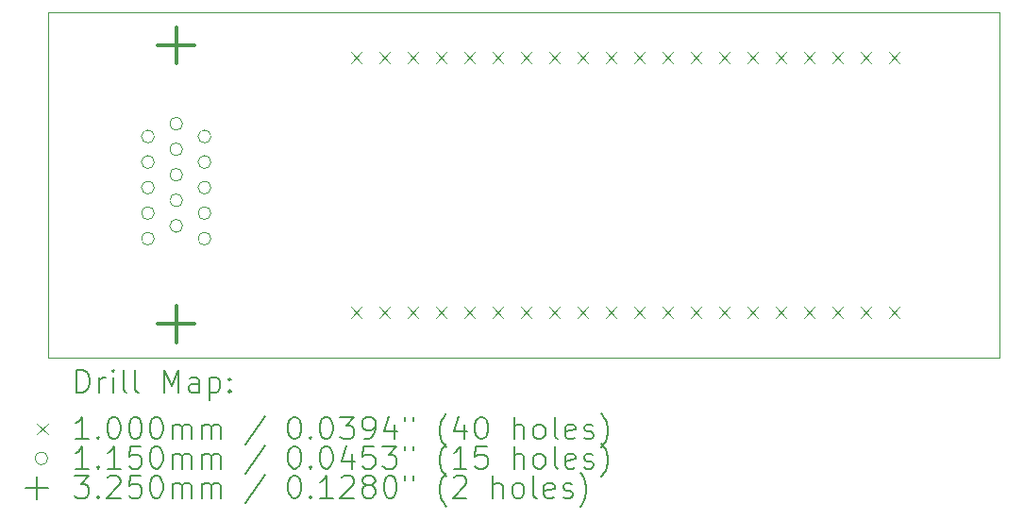
<source format=gbr>
%TF.GenerationSoftware,KiCad,Pcbnew,8.0.9-8.0.9-0~ubuntu20.04.1*%
%TF.CreationDate,2025-06-05T20:48:05+01:00*%
%TF.ProjectId,ggroohauga-console,6767726f-6f68-4617-9567-612d636f6e73,rev?*%
%TF.SameCoordinates,Original*%
%TF.FileFunction,Drillmap*%
%TF.FilePolarity,Positive*%
%FSLAX45Y45*%
G04 Gerber Fmt 4.5, Leading zero omitted, Abs format (unit mm)*
G04 Created by KiCad (PCBNEW 8.0.9-8.0.9-0~ubuntu20.04.1) date 2025-06-05 20:48:05*
%MOMM*%
%LPD*%
G01*
G04 APERTURE LIST*
%ADD10C,0.025400*%
%ADD11C,0.200000*%
%ADD12C,0.100000*%
%ADD13C,0.115000*%
%ADD14C,0.325000*%
G04 APERTURE END LIST*
D10*
X5387340Y-5049520D02*
X13921740Y-5049520D01*
X13921740Y-8148320D01*
X5387340Y-8148320D01*
X5387340Y-5049520D01*
D11*
D12*
X8103400Y-5411000D02*
X8203400Y-5511000D01*
X8203400Y-5411000D02*
X8103400Y-5511000D01*
X8103400Y-7697000D02*
X8203400Y-7797000D01*
X8203400Y-7697000D02*
X8103400Y-7797000D01*
X8357400Y-5411000D02*
X8457400Y-5511000D01*
X8457400Y-5411000D02*
X8357400Y-5511000D01*
X8357400Y-7697000D02*
X8457400Y-7797000D01*
X8457400Y-7697000D02*
X8357400Y-7797000D01*
X8611400Y-5411000D02*
X8711400Y-5511000D01*
X8711400Y-5411000D02*
X8611400Y-5511000D01*
X8611400Y-7697000D02*
X8711400Y-7797000D01*
X8711400Y-7697000D02*
X8611400Y-7797000D01*
X8865400Y-5411000D02*
X8965400Y-5511000D01*
X8965400Y-5411000D02*
X8865400Y-5511000D01*
X8865400Y-7697000D02*
X8965400Y-7797000D01*
X8965400Y-7697000D02*
X8865400Y-7797000D01*
X9119400Y-5411000D02*
X9219400Y-5511000D01*
X9219400Y-5411000D02*
X9119400Y-5511000D01*
X9119400Y-7697000D02*
X9219400Y-7797000D01*
X9219400Y-7697000D02*
X9119400Y-7797000D01*
X9373400Y-5411000D02*
X9473400Y-5511000D01*
X9473400Y-5411000D02*
X9373400Y-5511000D01*
X9373400Y-7697000D02*
X9473400Y-7797000D01*
X9473400Y-7697000D02*
X9373400Y-7797000D01*
X9627400Y-5411000D02*
X9727400Y-5511000D01*
X9727400Y-5411000D02*
X9627400Y-5511000D01*
X9627400Y-7697000D02*
X9727400Y-7797000D01*
X9727400Y-7697000D02*
X9627400Y-7797000D01*
X9881400Y-5411000D02*
X9981400Y-5511000D01*
X9981400Y-5411000D02*
X9881400Y-5511000D01*
X9881400Y-7697000D02*
X9981400Y-7797000D01*
X9981400Y-7697000D02*
X9881400Y-7797000D01*
X10135400Y-5411000D02*
X10235400Y-5511000D01*
X10235400Y-5411000D02*
X10135400Y-5511000D01*
X10135400Y-7697000D02*
X10235400Y-7797000D01*
X10235400Y-7697000D02*
X10135400Y-7797000D01*
X10389400Y-5411000D02*
X10489400Y-5511000D01*
X10489400Y-5411000D02*
X10389400Y-5511000D01*
X10389400Y-7697000D02*
X10489400Y-7797000D01*
X10489400Y-7697000D02*
X10389400Y-7797000D01*
X10643400Y-5411000D02*
X10743400Y-5511000D01*
X10743400Y-5411000D02*
X10643400Y-5511000D01*
X10643400Y-7697000D02*
X10743400Y-7797000D01*
X10743400Y-7697000D02*
X10643400Y-7797000D01*
X10897400Y-5411000D02*
X10997400Y-5511000D01*
X10997400Y-5411000D02*
X10897400Y-5511000D01*
X10897400Y-7697000D02*
X10997400Y-7797000D01*
X10997400Y-7697000D02*
X10897400Y-7797000D01*
X11151400Y-5411000D02*
X11251400Y-5511000D01*
X11251400Y-5411000D02*
X11151400Y-5511000D01*
X11151400Y-7697000D02*
X11251400Y-7797000D01*
X11251400Y-7697000D02*
X11151400Y-7797000D01*
X11405400Y-5411000D02*
X11505400Y-5511000D01*
X11505400Y-5411000D02*
X11405400Y-5511000D01*
X11405400Y-7697000D02*
X11505400Y-7797000D01*
X11505400Y-7697000D02*
X11405400Y-7797000D01*
X11659400Y-5411000D02*
X11759400Y-5511000D01*
X11759400Y-5411000D02*
X11659400Y-5511000D01*
X11659400Y-7697000D02*
X11759400Y-7797000D01*
X11759400Y-7697000D02*
X11659400Y-7797000D01*
X11913400Y-5411000D02*
X12013400Y-5511000D01*
X12013400Y-5411000D02*
X11913400Y-5511000D01*
X11913400Y-7697000D02*
X12013400Y-7797000D01*
X12013400Y-7697000D02*
X11913400Y-7797000D01*
X12167400Y-5411000D02*
X12267400Y-5511000D01*
X12267400Y-5411000D02*
X12167400Y-5511000D01*
X12167400Y-7697000D02*
X12267400Y-7797000D01*
X12267400Y-7697000D02*
X12167400Y-7797000D01*
X12421400Y-5411000D02*
X12521400Y-5511000D01*
X12521400Y-5411000D02*
X12421400Y-5511000D01*
X12421400Y-7697000D02*
X12521400Y-7797000D01*
X12521400Y-7697000D02*
X12421400Y-7797000D01*
X12675400Y-5411000D02*
X12775400Y-5511000D01*
X12775400Y-5411000D02*
X12675400Y-5511000D01*
X12675400Y-7697000D02*
X12775400Y-7797000D01*
X12775400Y-7697000D02*
X12675400Y-7797000D01*
X12929400Y-5411000D02*
X13029400Y-5511000D01*
X13029400Y-5411000D02*
X12929400Y-5511000D01*
X12929400Y-7697000D02*
X13029400Y-7797000D01*
X13029400Y-7697000D02*
X12929400Y-7797000D01*
D13*
X6341460Y-6165920D02*
G75*
G02*
X6226460Y-6165920I-57500J0D01*
G01*
X6226460Y-6165920D02*
G75*
G02*
X6341460Y-6165920I57500J0D01*
G01*
X6341460Y-6394920D02*
G75*
G02*
X6226460Y-6394920I-57500J0D01*
G01*
X6226460Y-6394920D02*
G75*
G02*
X6341460Y-6394920I57500J0D01*
G01*
X6341460Y-6623920D02*
G75*
G02*
X6226460Y-6623920I-57500J0D01*
G01*
X6226460Y-6623920D02*
G75*
G02*
X6341460Y-6623920I57500J0D01*
G01*
X6341460Y-6852920D02*
G75*
G02*
X6226460Y-6852920I-57500J0D01*
G01*
X6226460Y-6852920D02*
G75*
G02*
X6341460Y-6852920I57500J0D01*
G01*
X6341460Y-7081920D02*
G75*
G02*
X6226460Y-7081920I-57500J0D01*
G01*
X6226460Y-7081920D02*
G75*
G02*
X6341460Y-7081920I57500J0D01*
G01*
X6595460Y-6051420D02*
G75*
G02*
X6480460Y-6051420I-57500J0D01*
G01*
X6480460Y-6051420D02*
G75*
G02*
X6595460Y-6051420I57500J0D01*
G01*
X6595460Y-6280420D02*
G75*
G02*
X6480460Y-6280420I-57500J0D01*
G01*
X6480460Y-6280420D02*
G75*
G02*
X6595460Y-6280420I57500J0D01*
G01*
X6595460Y-6509420D02*
G75*
G02*
X6480460Y-6509420I-57500J0D01*
G01*
X6480460Y-6509420D02*
G75*
G02*
X6595460Y-6509420I57500J0D01*
G01*
X6595460Y-6738420D02*
G75*
G02*
X6480460Y-6738420I-57500J0D01*
G01*
X6480460Y-6738420D02*
G75*
G02*
X6595460Y-6738420I57500J0D01*
G01*
X6595460Y-6967420D02*
G75*
G02*
X6480460Y-6967420I-57500J0D01*
G01*
X6480460Y-6967420D02*
G75*
G02*
X6595460Y-6967420I57500J0D01*
G01*
X6849460Y-6165920D02*
G75*
G02*
X6734460Y-6165920I-57500J0D01*
G01*
X6734460Y-6165920D02*
G75*
G02*
X6849460Y-6165920I57500J0D01*
G01*
X6849460Y-6394920D02*
G75*
G02*
X6734460Y-6394920I-57500J0D01*
G01*
X6734460Y-6394920D02*
G75*
G02*
X6849460Y-6394920I57500J0D01*
G01*
X6849460Y-6623920D02*
G75*
G02*
X6734460Y-6623920I-57500J0D01*
G01*
X6734460Y-6623920D02*
G75*
G02*
X6849460Y-6623920I57500J0D01*
G01*
X6849460Y-6852920D02*
G75*
G02*
X6734460Y-6852920I-57500J0D01*
G01*
X6734460Y-6852920D02*
G75*
G02*
X6849460Y-6852920I57500J0D01*
G01*
X6849460Y-7081920D02*
G75*
G02*
X6734460Y-7081920I-57500J0D01*
G01*
X6734460Y-7081920D02*
G75*
G02*
X6849460Y-7081920I57500J0D01*
G01*
D14*
X6537960Y-5186920D02*
X6537960Y-5511920D01*
X6375460Y-5349420D02*
X6700460Y-5349420D01*
X6537960Y-7685920D02*
X6537960Y-8010920D01*
X6375460Y-7848420D02*
X6700460Y-7848420D01*
D11*
X5646847Y-8461074D02*
X5646847Y-8261074D01*
X5646847Y-8261074D02*
X5694466Y-8261074D01*
X5694466Y-8261074D02*
X5723037Y-8270598D01*
X5723037Y-8270598D02*
X5742085Y-8289645D01*
X5742085Y-8289645D02*
X5751609Y-8308693D01*
X5751609Y-8308693D02*
X5761132Y-8346788D01*
X5761132Y-8346788D02*
X5761132Y-8375359D01*
X5761132Y-8375359D02*
X5751609Y-8413455D01*
X5751609Y-8413455D02*
X5742085Y-8432502D01*
X5742085Y-8432502D02*
X5723037Y-8451550D01*
X5723037Y-8451550D02*
X5694466Y-8461074D01*
X5694466Y-8461074D02*
X5646847Y-8461074D01*
X5846847Y-8461074D02*
X5846847Y-8327740D01*
X5846847Y-8365836D02*
X5856371Y-8346788D01*
X5856371Y-8346788D02*
X5865894Y-8337264D01*
X5865894Y-8337264D02*
X5884942Y-8327740D01*
X5884942Y-8327740D02*
X5903990Y-8327740D01*
X5970656Y-8461074D02*
X5970656Y-8327740D01*
X5970656Y-8261074D02*
X5961132Y-8270598D01*
X5961132Y-8270598D02*
X5970656Y-8280121D01*
X5970656Y-8280121D02*
X5980180Y-8270598D01*
X5980180Y-8270598D02*
X5970656Y-8261074D01*
X5970656Y-8261074D02*
X5970656Y-8280121D01*
X6094466Y-8461074D02*
X6075418Y-8451550D01*
X6075418Y-8451550D02*
X6065894Y-8432502D01*
X6065894Y-8432502D02*
X6065894Y-8261074D01*
X6199228Y-8461074D02*
X6180180Y-8451550D01*
X6180180Y-8451550D02*
X6170656Y-8432502D01*
X6170656Y-8432502D02*
X6170656Y-8261074D01*
X6427799Y-8461074D02*
X6427799Y-8261074D01*
X6427799Y-8261074D02*
X6494466Y-8403931D01*
X6494466Y-8403931D02*
X6561132Y-8261074D01*
X6561132Y-8261074D02*
X6561132Y-8461074D01*
X6742085Y-8461074D02*
X6742085Y-8356312D01*
X6742085Y-8356312D02*
X6732561Y-8337264D01*
X6732561Y-8337264D02*
X6713513Y-8327740D01*
X6713513Y-8327740D02*
X6675418Y-8327740D01*
X6675418Y-8327740D02*
X6656371Y-8337264D01*
X6742085Y-8451550D02*
X6723037Y-8461074D01*
X6723037Y-8461074D02*
X6675418Y-8461074D01*
X6675418Y-8461074D02*
X6656371Y-8451550D01*
X6656371Y-8451550D02*
X6646847Y-8432502D01*
X6646847Y-8432502D02*
X6646847Y-8413455D01*
X6646847Y-8413455D02*
X6656371Y-8394407D01*
X6656371Y-8394407D02*
X6675418Y-8384883D01*
X6675418Y-8384883D02*
X6723037Y-8384883D01*
X6723037Y-8384883D02*
X6742085Y-8375359D01*
X6837323Y-8327740D02*
X6837323Y-8527740D01*
X6837323Y-8337264D02*
X6856371Y-8327740D01*
X6856371Y-8327740D02*
X6894466Y-8327740D01*
X6894466Y-8327740D02*
X6913513Y-8337264D01*
X6913513Y-8337264D02*
X6923037Y-8346788D01*
X6923037Y-8346788D02*
X6932561Y-8365836D01*
X6932561Y-8365836D02*
X6932561Y-8422979D01*
X6932561Y-8422979D02*
X6923037Y-8442026D01*
X6923037Y-8442026D02*
X6913513Y-8451550D01*
X6913513Y-8451550D02*
X6894466Y-8461074D01*
X6894466Y-8461074D02*
X6856371Y-8461074D01*
X6856371Y-8461074D02*
X6837323Y-8451550D01*
X7018275Y-8442026D02*
X7027799Y-8451550D01*
X7027799Y-8451550D02*
X7018275Y-8461074D01*
X7018275Y-8461074D02*
X7008752Y-8451550D01*
X7008752Y-8451550D02*
X7018275Y-8442026D01*
X7018275Y-8442026D02*
X7018275Y-8461074D01*
X7018275Y-8337264D02*
X7027799Y-8346788D01*
X7027799Y-8346788D02*
X7018275Y-8356312D01*
X7018275Y-8356312D02*
X7008752Y-8346788D01*
X7008752Y-8346788D02*
X7018275Y-8337264D01*
X7018275Y-8337264D02*
X7018275Y-8356312D01*
D12*
X5286070Y-8739590D02*
X5386070Y-8839590D01*
X5386070Y-8739590D02*
X5286070Y-8839590D01*
D11*
X5751609Y-8881074D02*
X5637323Y-8881074D01*
X5694466Y-8881074D02*
X5694466Y-8681074D01*
X5694466Y-8681074D02*
X5675418Y-8709645D01*
X5675418Y-8709645D02*
X5656371Y-8728693D01*
X5656371Y-8728693D02*
X5637323Y-8738217D01*
X5837323Y-8862026D02*
X5846847Y-8871550D01*
X5846847Y-8871550D02*
X5837323Y-8881074D01*
X5837323Y-8881074D02*
X5827799Y-8871550D01*
X5827799Y-8871550D02*
X5837323Y-8862026D01*
X5837323Y-8862026D02*
X5837323Y-8881074D01*
X5970656Y-8681074D02*
X5989704Y-8681074D01*
X5989704Y-8681074D02*
X6008752Y-8690598D01*
X6008752Y-8690598D02*
X6018275Y-8700121D01*
X6018275Y-8700121D02*
X6027799Y-8719169D01*
X6027799Y-8719169D02*
X6037323Y-8757264D01*
X6037323Y-8757264D02*
X6037323Y-8804883D01*
X6037323Y-8804883D02*
X6027799Y-8842979D01*
X6027799Y-8842979D02*
X6018275Y-8862026D01*
X6018275Y-8862026D02*
X6008752Y-8871550D01*
X6008752Y-8871550D02*
X5989704Y-8881074D01*
X5989704Y-8881074D02*
X5970656Y-8881074D01*
X5970656Y-8881074D02*
X5951609Y-8871550D01*
X5951609Y-8871550D02*
X5942085Y-8862026D01*
X5942085Y-8862026D02*
X5932561Y-8842979D01*
X5932561Y-8842979D02*
X5923037Y-8804883D01*
X5923037Y-8804883D02*
X5923037Y-8757264D01*
X5923037Y-8757264D02*
X5932561Y-8719169D01*
X5932561Y-8719169D02*
X5942085Y-8700121D01*
X5942085Y-8700121D02*
X5951609Y-8690598D01*
X5951609Y-8690598D02*
X5970656Y-8681074D01*
X6161132Y-8681074D02*
X6180180Y-8681074D01*
X6180180Y-8681074D02*
X6199228Y-8690598D01*
X6199228Y-8690598D02*
X6208752Y-8700121D01*
X6208752Y-8700121D02*
X6218275Y-8719169D01*
X6218275Y-8719169D02*
X6227799Y-8757264D01*
X6227799Y-8757264D02*
X6227799Y-8804883D01*
X6227799Y-8804883D02*
X6218275Y-8842979D01*
X6218275Y-8842979D02*
X6208752Y-8862026D01*
X6208752Y-8862026D02*
X6199228Y-8871550D01*
X6199228Y-8871550D02*
X6180180Y-8881074D01*
X6180180Y-8881074D02*
X6161132Y-8881074D01*
X6161132Y-8881074D02*
X6142085Y-8871550D01*
X6142085Y-8871550D02*
X6132561Y-8862026D01*
X6132561Y-8862026D02*
X6123037Y-8842979D01*
X6123037Y-8842979D02*
X6113513Y-8804883D01*
X6113513Y-8804883D02*
X6113513Y-8757264D01*
X6113513Y-8757264D02*
X6123037Y-8719169D01*
X6123037Y-8719169D02*
X6132561Y-8700121D01*
X6132561Y-8700121D02*
X6142085Y-8690598D01*
X6142085Y-8690598D02*
X6161132Y-8681074D01*
X6351609Y-8681074D02*
X6370656Y-8681074D01*
X6370656Y-8681074D02*
X6389704Y-8690598D01*
X6389704Y-8690598D02*
X6399228Y-8700121D01*
X6399228Y-8700121D02*
X6408752Y-8719169D01*
X6408752Y-8719169D02*
X6418275Y-8757264D01*
X6418275Y-8757264D02*
X6418275Y-8804883D01*
X6418275Y-8804883D02*
X6408752Y-8842979D01*
X6408752Y-8842979D02*
X6399228Y-8862026D01*
X6399228Y-8862026D02*
X6389704Y-8871550D01*
X6389704Y-8871550D02*
X6370656Y-8881074D01*
X6370656Y-8881074D02*
X6351609Y-8881074D01*
X6351609Y-8881074D02*
X6332561Y-8871550D01*
X6332561Y-8871550D02*
X6323037Y-8862026D01*
X6323037Y-8862026D02*
X6313513Y-8842979D01*
X6313513Y-8842979D02*
X6303990Y-8804883D01*
X6303990Y-8804883D02*
X6303990Y-8757264D01*
X6303990Y-8757264D02*
X6313513Y-8719169D01*
X6313513Y-8719169D02*
X6323037Y-8700121D01*
X6323037Y-8700121D02*
X6332561Y-8690598D01*
X6332561Y-8690598D02*
X6351609Y-8681074D01*
X6503990Y-8881074D02*
X6503990Y-8747740D01*
X6503990Y-8766788D02*
X6513513Y-8757264D01*
X6513513Y-8757264D02*
X6532561Y-8747740D01*
X6532561Y-8747740D02*
X6561133Y-8747740D01*
X6561133Y-8747740D02*
X6580180Y-8757264D01*
X6580180Y-8757264D02*
X6589704Y-8776312D01*
X6589704Y-8776312D02*
X6589704Y-8881074D01*
X6589704Y-8776312D02*
X6599228Y-8757264D01*
X6599228Y-8757264D02*
X6618275Y-8747740D01*
X6618275Y-8747740D02*
X6646847Y-8747740D01*
X6646847Y-8747740D02*
X6665894Y-8757264D01*
X6665894Y-8757264D02*
X6675418Y-8776312D01*
X6675418Y-8776312D02*
X6675418Y-8881074D01*
X6770656Y-8881074D02*
X6770656Y-8747740D01*
X6770656Y-8766788D02*
X6780180Y-8757264D01*
X6780180Y-8757264D02*
X6799228Y-8747740D01*
X6799228Y-8747740D02*
X6827799Y-8747740D01*
X6827799Y-8747740D02*
X6846847Y-8757264D01*
X6846847Y-8757264D02*
X6856371Y-8776312D01*
X6856371Y-8776312D02*
X6856371Y-8881074D01*
X6856371Y-8776312D02*
X6865894Y-8757264D01*
X6865894Y-8757264D02*
X6884942Y-8747740D01*
X6884942Y-8747740D02*
X6913513Y-8747740D01*
X6913513Y-8747740D02*
X6932561Y-8757264D01*
X6932561Y-8757264D02*
X6942085Y-8776312D01*
X6942085Y-8776312D02*
X6942085Y-8881074D01*
X7332561Y-8671550D02*
X7161133Y-8928693D01*
X7589704Y-8681074D02*
X7608752Y-8681074D01*
X7608752Y-8681074D02*
X7627799Y-8690598D01*
X7627799Y-8690598D02*
X7637323Y-8700121D01*
X7637323Y-8700121D02*
X7646847Y-8719169D01*
X7646847Y-8719169D02*
X7656371Y-8757264D01*
X7656371Y-8757264D02*
X7656371Y-8804883D01*
X7656371Y-8804883D02*
X7646847Y-8842979D01*
X7646847Y-8842979D02*
X7637323Y-8862026D01*
X7637323Y-8862026D02*
X7627799Y-8871550D01*
X7627799Y-8871550D02*
X7608752Y-8881074D01*
X7608752Y-8881074D02*
X7589704Y-8881074D01*
X7589704Y-8881074D02*
X7570656Y-8871550D01*
X7570656Y-8871550D02*
X7561133Y-8862026D01*
X7561133Y-8862026D02*
X7551609Y-8842979D01*
X7551609Y-8842979D02*
X7542085Y-8804883D01*
X7542085Y-8804883D02*
X7542085Y-8757264D01*
X7542085Y-8757264D02*
X7551609Y-8719169D01*
X7551609Y-8719169D02*
X7561133Y-8700121D01*
X7561133Y-8700121D02*
X7570656Y-8690598D01*
X7570656Y-8690598D02*
X7589704Y-8681074D01*
X7742085Y-8862026D02*
X7751609Y-8871550D01*
X7751609Y-8871550D02*
X7742085Y-8881074D01*
X7742085Y-8881074D02*
X7732561Y-8871550D01*
X7732561Y-8871550D02*
X7742085Y-8862026D01*
X7742085Y-8862026D02*
X7742085Y-8881074D01*
X7875418Y-8681074D02*
X7894466Y-8681074D01*
X7894466Y-8681074D02*
X7913514Y-8690598D01*
X7913514Y-8690598D02*
X7923037Y-8700121D01*
X7923037Y-8700121D02*
X7932561Y-8719169D01*
X7932561Y-8719169D02*
X7942085Y-8757264D01*
X7942085Y-8757264D02*
X7942085Y-8804883D01*
X7942085Y-8804883D02*
X7932561Y-8842979D01*
X7932561Y-8842979D02*
X7923037Y-8862026D01*
X7923037Y-8862026D02*
X7913514Y-8871550D01*
X7913514Y-8871550D02*
X7894466Y-8881074D01*
X7894466Y-8881074D02*
X7875418Y-8881074D01*
X7875418Y-8881074D02*
X7856371Y-8871550D01*
X7856371Y-8871550D02*
X7846847Y-8862026D01*
X7846847Y-8862026D02*
X7837323Y-8842979D01*
X7837323Y-8842979D02*
X7827799Y-8804883D01*
X7827799Y-8804883D02*
X7827799Y-8757264D01*
X7827799Y-8757264D02*
X7837323Y-8719169D01*
X7837323Y-8719169D02*
X7846847Y-8700121D01*
X7846847Y-8700121D02*
X7856371Y-8690598D01*
X7856371Y-8690598D02*
X7875418Y-8681074D01*
X8008752Y-8681074D02*
X8132561Y-8681074D01*
X8132561Y-8681074D02*
X8065895Y-8757264D01*
X8065895Y-8757264D02*
X8094466Y-8757264D01*
X8094466Y-8757264D02*
X8113514Y-8766788D01*
X8113514Y-8766788D02*
X8123037Y-8776312D01*
X8123037Y-8776312D02*
X8132561Y-8795360D01*
X8132561Y-8795360D02*
X8132561Y-8842979D01*
X8132561Y-8842979D02*
X8123037Y-8862026D01*
X8123037Y-8862026D02*
X8113514Y-8871550D01*
X8113514Y-8871550D02*
X8094466Y-8881074D01*
X8094466Y-8881074D02*
X8037323Y-8881074D01*
X8037323Y-8881074D02*
X8018276Y-8871550D01*
X8018276Y-8871550D02*
X8008752Y-8862026D01*
X8227799Y-8881074D02*
X8265895Y-8881074D01*
X8265895Y-8881074D02*
X8284942Y-8871550D01*
X8284942Y-8871550D02*
X8294466Y-8862026D01*
X8294466Y-8862026D02*
X8313514Y-8833455D01*
X8313514Y-8833455D02*
X8323037Y-8795360D01*
X8323037Y-8795360D02*
X8323037Y-8719169D01*
X8323037Y-8719169D02*
X8313514Y-8700121D01*
X8313514Y-8700121D02*
X8303990Y-8690598D01*
X8303990Y-8690598D02*
X8284942Y-8681074D01*
X8284942Y-8681074D02*
X8246847Y-8681074D01*
X8246847Y-8681074D02*
X8227799Y-8690598D01*
X8227799Y-8690598D02*
X8218276Y-8700121D01*
X8218276Y-8700121D02*
X8208752Y-8719169D01*
X8208752Y-8719169D02*
X8208752Y-8766788D01*
X8208752Y-8766788D02*
X8218276Y-8785836D01*
X8218276Y-8785836D02*
X8227799Y-8795360D01*
X8227799Y-8795360D02*
X8246847Y-8804883D01*
X8246847Y-8804883D02*
X8284942Y-8804883D01*
X8284942Y-8804883D02*
X8303990Y-8795360D01*
X8303990Y-8795360D02*
X8313514Y-8785836D01*
X8313514Y-8785836D02*
X8323037Y-8766788D01*
X8494466Y-8747740D02*
X8494466Y-8881074D01*
X8446847Y-8671550D02*
X8399228Y-8814407D01*
X8399228Y-8814407D02*
X8523038Y-8814407D01*
X8589704Y-8681074D02*
X8589704Y-8719169D01*
X8665895Y-8681074D02*
X8665895Y-8719169D01*
X8961133Y-8957264D02*
X8951609Y-8947740D01*
X8951609Y-8947740D02*
X8932561Y-8919169D01*
X8932561Y-8919169D02*
X8923038Y-8900121D01*
X8923038Y-8900121D02*
X8913514Y-8871550D01*
X8913514Y-8871550D02*
X8903990Y-8823931D01*
X8903990Y-8823931D02*
X8903990Y-8785836D01*
X8903990Y-8785836D02*
X8913514Y-8738217D01*
X8913514Y-8738217D02*
X8923038Y-8709645D01*
X8923038Y-8709645D02*
X8932561Y-8690598D01*
X8932561Y-8690598D02*
X8951609Y-8662026D01*
X8951609Y-8662026D02*
X8961133Y-8652502D01*
X9123038Y-8747740D02*
X9123038Y-8881074D01*
X9075419Y-8671550D02*
X9027800Y-8814407D01*
X9027800Y-8814407D02*
X9151609Y-8814407D01*
X9265895Y-8681074D02*
X9284942Y-8681074D01*
X9284942Y-8681074D02*
X9303990Y-8690598D01*
X9303990Y-8690598D02*
X9313514Y-8700121D01*
X9313514Y-8700121D02*
X9323038Y-8719169D01*
X9323038Y-8719169D02*
X9332561Y-8757264D01*
X9332561Y-8757264D02*
X9332561Y-8804883D01*
X9332561Y-8804883D02*
X9323038Y-8842979D01*
X9323038Y-8842979D02*
X9313514Y-8862026D01*
X9313514Y-8862026D02*
X9303990Y-8871550D01*
X9303990Y-8871550D02*
X9284942Y-8881074D01*
X9284942Y-8881074D02*
X9265895Y-8881074D01*
X9265895Y-8881074D02*
X9246847Y-8871550D01*
X9246847Y-8871550D02*
X9237323Y-8862026D01*
X9237323Y-8862026D02*
X9227800Y-8842979D01*
X9227800Y-8842979D02*
X9218276Y-8804883D01*
X9218276Y-8804883D02*
X9218276Y-8757264D01*
X9218276Y-8757264D02*
X9227800Y-8719169D01*
X9227800Y-8719169D02*
X9237323Y-8700121D01*
X9237323Y-8700121D02*
X9246847Y-8690598D01*
X9246847Y-8690598D02*
X9265895Y-8681074D01*
X9570657Y-8881074D02*
X9570657Y-8681074D01*
X9656371Y-8881074D02*
X9656371Y-8776312D01*
X9656371Y-8776312D02*
X9646847Y-8757264D01*
X9646847Y-8757264D02*
X9627800Y-8747740D01*
X9627800Y-8747740D02*
X9599228Y-8747740D01*
X9599228Y-8747740D02*
X9580181Y-8757264D01*
X9580181Y-8757264D02*
X9570657Y-8766788D01*
X9780181Y-8881074D02*
X9761133Y-8871550D01*
X9761133Y-8871550D02*
X9751609Y-8862026D01*
X9751609Y-8862026D02*
X9742085Y-8842979D01*
X9742085Y-8842979D02*
X9742085Y-8785836D01*
X9742085Y-8785836D02*
X9751609Y-8766788D01*
X9751609Y-8766788D02*
X9761133Y-8757264D01*
X9761133Y-8757264D02*
X9780181Y-8747740D01*
X9780181Y-8747740D02*
X9808752Y-8747740D01*
X9808752Y-8747740D02*
X9827800Y-8757264D01*
X9827800Y-8757264D02*
X9837323Y-8766788D01*
X9837323Y-8766788D02*
X9846847Y-8785836D01*
X9846847Y-8785836D02*
X9846847Y-8842979D01*
X9846847Y-8842979D02*
X9837323Y-8862026D01*
X9837323Y-8862026D02*
X9827800Y-8871550D01*
X9827800Y-8871550D02*
X9808752Y-8881074D01*
X9808752Y-8881074D02*
X9780181Y-8881074D01*
X9961133Y-8881074D02*
X9942085Y-8871550D01*
X9942085Y-8871550D02*
X9932562Y-8852502D01*
X9932562Y-8852502D02*
X9932562Y-8681074D01*
X10113514Y-8871550D02*
X10094466Y-8881074D01*
X10094466Y-8881074D02*
X10056371Y-8881074D01*
X10056371Y-8881074D02*
X10037323Y-8871550D01*
X10037323Y-8871550D02*
X10027800Y-8852502D01*
X10027800Y-8852502D02*
X10027800Y-8776312D01*
X10027800Y-8776312D02*
X10037323Y-8757264D01*
X10037323Y-8757264D02*
X10056371Y-8747740D01*
X10056371Y-8747740D02*
X10094466Y-8747740D01*
X10094466Y-8747740D02*
X10113514Y-8757264D01*
X10113514Y-8757264D02*
X10123038Y-8776312D01*
X10123038Y-8776312D02*
X10123038Y-8795360D01*
X10123038Y-8795360D02*
X10027800Y-8814407D01*
X10199228Y-8871550D02*
X10218276Y-8881074D01*
X10218276Y-8881074D02*
X10256371Y-8881074D01*
X10256371Y-8881074D02*
X10275419Y-8871550D01*
X10275419Y-8871550D02*
X10284943Y-8852502D01*
X10284943Y-8852502D02*
X10284943Y-8842979D01*
X10284943Y-8842979D02*
X10275419Y-8823931D01*
X10275419Y-8823931D02*
X10256371Y-8814407D01*
X10256371Y-8814407D02*
X10227800Y-8814407D01*
X10227800Y-8814407D02*
X10208752Y-8804883D01*
X10208752Y-8804883D02*
X10199228Y-8785836D01*
X10199228Y-8785836D02*
X10199228Y-8776312D01*
X10199228Y-8776312D02*
X10208752Y-8757264D01*
X10208752Y-8757264D02*
X10227800Y-8747740D01*
X10227800Y-8747740D02*
X10256371Y-8747740D01*
X10256371Y-8747740D02*
X10275419Y-8757264D01*
X10351609Y-8957264D02*
X10361133Y-8947740D01*
X10361133Y-8947740D02*
X10380181Y-8919169D01*
X10380181Y-8919169D02*
X10389704Y-8900121D01*
X10389704Y-8900121D02*
X10399228Y-8871550D01*
X10399228Y-8871550D02*
X10408752Y-8823931D01*
X10408752Y-8823931D02*
X10408752Y-8785836D01*
X10408752Y-8785836D02*
X10399228Y-8738217D01*
X10399228Y-8738217D02*
X10389704Y-8709645D01*
X10389704Y-8709645D02*
X10380181Y-8690598D01*
X10380181Y-8690598D02*
X10361133Y-8662026D01*
X10361133Y-8662026D02*
X10351609Y-8652502D01*
D13*
X5386070Y-9053590D02*
G75*
G02*
X5271070Y-9053590I-57500J0D01*
G01*
X5271070Y-9053590D02*
G75*
G02*
X5386070Y-9053590I57500J0D01*
G01*
D11*
X5751609Y-9145074D02*
X5637323Y-9145074D01*
X5694466Y-9145074D02*
X5694466Y-8945074D01*
X5694466Y-8945074D02*
X5675418Y-8973645D01*
X5675418Y-8973645D02*
X5656371Y-8992693D01*
X5656371Y-8992693D02*
X5637323Y-9002217D01*
X5837323Y-9126026D02*
X5846847Y-9135550D01*
X5846847Y-9135550D02*
X5837323Y-9145074D01*
X5837323Y-9145074D02*
X5827799Y-9135550D01*
X5827799Y-9135550D02*
X5837323Y-9126026D01*
X5837323Y-9126026D02*
X5837323Y-9145074D01*
X6037323Y-9145074D02*
X5923037Y-9145074D01*
X5980180Y-9145074D02*
X5980180Y-8945074D01*
X5980180Y-8945074D02*
X5961132Y-8973645D01*
X5961132Y-8973645D02*
X5942085Y-8992693D01*
X5942085Y-8992693D02*
X5923037Y-9002217D01*
X6218275Y-8945074D02*
X6123037Y-8945074D01*
X6123037Y-8945074D02*
X6113513Y-9040312D01*
X6113513Y-9040312D02*
X6123037Y-9030788D01*
X6123037Y-9030788D02*
X6142085Y-9021264D01*
X6142085Y-9021264D02*
X6189704Y-9021264D01*
X6189704Y-9021264D02*
X6208752Y-9030788D01*
X6208752Y-9030788D02*
X6218275Y-9040312D01*
X6218275Y-9040312D02*
X6227799Y-9059360D01*
X6227799Y-9059360D02*
X6227799Y-9106979D01*
X6227799Y-9106979D02*
X6218275Y-9126026D01*
X6218275Y-9126026D02*
X6208752Y-9135550D01*
X6208752Y-9135550D02*
X6189704Y-9145074D01*
X6189704Y-9145074D02*
X6142085Y-9145074D01*
X6142085Y-9145074D02*
X6123037Y-9135550D01*
X6123037Y-9135550D02*
X6113513Y-9126026D01*
X6351609Y-8945074D02*
X6370656Y-8945074D01*
X6370656Y-8945074D02*
X6389704Y-8954598D01*
X6389704Y-8954598D02*
X6399228Y-8964121D01*
X6399228Y-8964121D02*
X6408752Y-8983169D01*
X6408752Y-8983169D02*
X6418275Y-9021264D01*
X6418275Y-9021264D02*
X6418275Y-9068883D01*
X6418275Y-9068883D02*
X6408752Y-9106979D01*
X6408752Y-9106979D02*
X6399228Y-9126026D01*
X6399228Y-9126026D02*
X6389704Y-9135550D01*
X6389704Y-9135550D02*
X6370656Y-9145074D01*
X6370656Y-9145074D02*
X6351609Y-9145074D01*
X6351609Y-9145074D02*
X6332561Y-9135550D01*
X6332561Y-9135550D02*
X6323037Y-9126026D01*
X6323037Y-9126026D02*
X6313513Y-9106979D01*
X6313513Y-9106979D02*
X6303990Y-9068883D01*
X6303990Y-9068883D02*
X6303990Y-9021264D01*
X6303990Y-9021264D02*
X6313513Y-8983169D01*
X6313513Y-8983169D02*
X6323037Y-8964121D01*
X6323037Y-8964121D02*
X6332561Y-8954598D01*
X6332561Y-8954598D02*
X6351609Y-8945074D01*
X6503990Y-9145074D02*
X6503990Y-9011740D01*
X6503990Y-9030788D02*
X6513513Y-9021264D01*
X6513513Y-9021264D02*
X6532561Y-9011740D01*
X6532561Y-9011740D02*
X6561133Y-9011740D01*
X6561133Y-9011740D02*
X6580180Y-9021264D01*
X6580180Y-9021264D02*
X6589704Y-9040312D01*
X6589704Y-9040312D02*
X6589704Y-9145074D01*
X6589704Y-9040312D02*
X6599228Y-9021264D01*
X6599228Y-9021264D02*
X6618275Y-9011740D01*
X6618275Y-9011740D02*
X6646847Y-9011740D01*
X6646847Y-9011740D02*
X6665894Y-9021264D01*
X6665894Y-9021264D02*
X6675418Y-9040312D01*
X6675418Y-9040312D02*
X6675418Y-9145074D01*
X6770656Y-9145074D02*
X6770656Y-9011740D01*
X6770656Y-9030788D02*
X6780180Y-9021264D01*
X6780180Y-9021264D02*
X6799228Y-9011740D01*
X6799228Y-9011740D02*
X6827799Y-9011740D01*
X6827799Y-9011740D02*
X6846847Y-9021264D01*
X6846847Y-9021264D02*
X6856371Y-9040312D01*
X6856371Y-9040312D02*
X6856371Y-9145074D01*
X6856371Y-9040312D02*
X6865894Y-9021264D01*
X6865894Y-9021264D02*
X6884942Y-9011740D01*
X6884942Y-9011740D02*
X6913513Y-9011740D01*
X6913513Y-9011740D02*
X6932561Y-9021264D01*
X6932561Y-9021264D02*
X6942085Y-9040312D01*
X6942085Y-9040312D02*
X6942085Y-9145074D01*
X7332561Y-8935550D02*
X7161133Y-9192693D01*
X7589704Y-8945074D02*
X7608752Y-8945074D01*
X7608752Y-8945074D02*
X7627799Y-8954598D01*
X7627799Y-8954598D02*
X7637323Y-8964121D01*
X7637323Y-8964121D02*
X7646847Y-8983169D01*
X7646847Y-8983169D02*
X7656371Y-9021264D01*
X7656371Y-9021264D02*
X7656371Y-9068883D01*
X7656371Y-9068883D02*
X7646847Y-9106979D01*
X7646847Y-9106979D02*
X7637323Y-9126026D01*
X7637323Y-9126026D02*
X7627799Y-9135550D01*
X7627799Y-9135550D02*
X7608752Y-9145074D01*
X7608752Y-9145074D02*
X7589704Y-9145074D01*
X7589704Y-9145074D02*
X7570656Y-9135550D01*
X7570656Y-9135550D02*
X7561133Y-9126026D01*
X7561133Y-9126026D02*
X7551609Y-9106979D01*
X7551609Y-9106979D02*
X7542085Y-9068883D01*
X7542085Y-9068883D02*
X7542085Y-9021264D01*
X7542085Y-9021264D02*
X7551609Y-8983169D01*
X7551609Y-8983169D02*
X7561133Y-8964121D01*
X7561133Y-8964121D02*
X7570656Y-8954598D01*
X7570656Y-8954598D02*
X7589704Y-8945074D01*
X7742085Y-9126026D02*
X7751609Y-9135550D01*
X7751609Y-9135550D02*
X7742085Y-9145074D01*
X7742085Y-9145074D02*
X7732561Y-9135550D01*
X7732561Y-9135550D02*
X7742085Y-9126026D01*
X7742085Y-9126026D02*
X7742085Y-9145074D01*
X7875418Y-8945074D02*
X7894466Y-8945074D01*
X7894466Y-8945074D02*
X7913514Y-8954598D01*
X7913514Y-8954598D02*
X7923037Y-8964121D01*
X7923037Y-8964121D02*
X7932561Y-8983169D01*
X7932561Y-8983169D02*
X7942085Y-9021264D01*
X7942085Y-9021264D02*
X7942085Y-9068883D01*
X7942085Y-9068883D02*
X7932561Y-9106979D01*
X7932561Y-9106979D02*
X7923037Y-9126026D01*
X7923037Y-9126026D02*
X7913514Y-9135550D01*
X7913514Y-9135550D02*
X7894466Y-9145074D01*
X7894466Y-9145074D02*
X7875418Y-9145074D01*
X7875418Y-9145074D02*
X7856371Y-9135550D01*
X7856371Y-9135550D02*
X7846847Y-9126026D01*
X7846847Y-9126026D02*
X7837323Y-9106979D01*
X7837323Y-9106979D02*
X7827799Y-9068883D01*
X7827799Y-9068883D02*
X7827799Y-9021264D01*
X7827799Y-9021264D02*
X7837323Y-8983169D01*
X7837323Y-8983169D02*
X7846847Y-8964121D01*
X7846847Y-8964121D02*
X7856371Y-8954598D01*
X7856371Y-8954598D02*
X7875418Y-8945074D01*
X8113514Y-9011740D02*
X8113514Y-9145074D01*
X8065895Y-8935550D02*
X8018276Y-9078407D01*
X8018276Y-9078407D02*
X8142085Y-9078407D01*
X8313514Y-8945074D02*
X8218276Y-8945074D01*
X8218276Y-8945074D02*
X8208752Y-9040312D01*
X8208752Y-9040312D02*
X8218276Y-9030788D01*
X8218276Y-9030788D02*
X8237323Y-9021264D01*
X8237323Y-9021264D02*
X8284942Y-9021264D01*
X8284942Y-9021264D02*
X8303990Y-9030788D01*
X8303990Y-9030788D02*
X8313514Y-9040312D01*
X8313514Y-9040312D02*
X8323037Y-9059360D01*
X8323037Y-9059360D02*
X8323037Y-9106979D01*
X8323037Y-9106979D02*
X8313514Y-9126026D01*
X8313514Y-9126026D02*
X8303990Y-9135550D01*
X8303990Y-9135550D02*
X8284942Y-9145074D01*
X8284942Y-9145074D02*
X8237323Y-9145074D01*
X8237323Y-9145074D02*
X8218276Y-9135550D01*
X8218276Y-9135550D02*
X8208752Y-9126026D01*
X8389704Y-8945074D02*
X8513514Y-8945074D01*
X8513514Y-8945074D02*
X8446847Y-9021264D01*
X8446847Y-9021264D02*
X8475419Y-9021264D01*
X8475419Y-9021264D02*
X8494466Y-9030788D01*
X8494466Y-9030788D02*
X8503990Y-9040312D01*
X8503990Y-9040312D02*
X8513514Y-9059360D01*
X8513514Y-9059360D02*
X8513514Y-9106979D01*
X8513514Y-9106979D02*
X8503990Y-9126026D01*
X8503990Y-9126026D02*
X8494466Y-9135550D01*
X8494466Y-9135550D02*
X8475419Y-9145074D01*
X8475419Y-9145074D02*
X8418276Y-9145074D01*
X8418276Y-9145074D02*
X8399228Y-9135550D01*
X8399228Y-9135550D02*
X8389704Y-9126026D01*
X8589704Y-8945074D02*
X8589704Y-8983169D01*
X8665895Y-8945074D02*
X8665895Y-8983169D01*
X8961133Y-9221264D02*
X8951609Y-9211740D01*
X8951609Y-9211740D02*
X8932561Y-9183169D01*
X8932561Y-9183169D02*
X8923038Y-9164121D01*
X8923038Y-9164121D02*
X8913514Y-9135550D01*
X8913514Y-9135550D02*
X8903990Y-9087931D01*
X8903990Y-9087931D02*
X8903990Y-9049836D01*
X8903990Y-9049836D02*
X8913514Y-9002217D01*
X8913514Y-9002217D02*
X8923038Y-8973645D01*
X8923038Y-8973645D02*
X8932561Y-8954598D01*
X8932561Y-8954598D02*
X8951609Y-8926026D01*
X8951609Y-8926026D02*
X8961133Y-8916502D01*
X9142085Y-9145074D02*
X9027800Y-9145074D01*
X9084942Y-9145074D02*
X9084942Y-8945074D01*
X9084942Y-8945074D02*
X9065895Y-8973645D01*
X9065895Y-8973645D02*
X9046847Y-8992693D01*
X9046847Y-8992693D02*
X9027800Y-9002217D01*
X9323038Y-8945074D02*
X9227800Y-8945074D01*
X9227800Y-8945074D02*
X9218276Y-9040312D01*
X9218276Y-9040312D02*
X9227800Y-9030788D01*
X9227800Y-9030788D02*
X9246847Y-9021264D01*
X9246847Y-9021264D02*
X9294466Y-9021264D01*
X9294466Y-9021264D02*
X9313514Y-9030788D01*
X9313514Y-9030788D02*
X9323038Y-9040312D01*
X9323038Y-9040312D02*
X9332561Y-9059360D01*
X9332561Y-9059360D02*
X9332561Y-9106979D01*
X9332561Y-9106979D02*
X9323038Y-9126026D01*
X9323038Y-9126026D02*
X9313514Y-9135550D01*
X9313514Y-9135550D02*
X9294466Y-9145074D01*
X9294466Y-9145074D02*
X9246847Y-9145074D01*
X9246847Y-9145074D02*
X9227800Y-9135550D01*
X9227800Y-9135550D02*
X9218276Y-9126026D01*
X9570657Y-9145074D02*
X9570657Y-8945074D01*
X9656371Y-9145074D02*
X9656371Y-9040312D01*
X9656371Y-9040312D02*
X9646847Y-9021264D01*
X9646847Y-9021264D02*
X9627800Y-9011740D01*
X9627800Y-9011740D02*
X9599228Y-9011740D01*
X9599228Y-9011740D02*
X9580181Y-9021264D01*
X9580181Y-9021264D02*
X9570657Y-9030788D01*
X9780181Y-9145074D02*
X9761133Y-9135550D01*
X9761133Y-9135550D02*
X9751609Y-9126026D01*
X9751609Y-9126026D02*
X9742085Y-9106979D01*
X9742085Y-9106979D02*
X9742085Y-9049836D01*
X9742085Y-9049836D02*
X9751609Y-9030788D01*
X9751609Y-9030788D02*
X9761133Y-9021264D01*
X9761133Y-9021264D02*
X9780181Y-9011740D01*
X9780181Y-9011740D02*
X9808752Y-9011740D01*
X9808752Y-9011740D02*
X9827800Y-9021264D01*
X9827800Y-9021264D02*
X9837323Y-9030788D01*
X9837323Y-9030788D02*
X9846847Y-9049836D01*
X9846847Y-9049836D02*
X9846847Y-9106979D01*
X9846847Y-9106979D02*
X9837323Y-9126026D01*
X9837323Y-9126026D02*
X9827800Y-9135550D01*
X9827800Y-9135550D02*
X9808752Y-9145074D01*
X9808752Y-9145074D02*
X9780181Y-9145074D01*
X9961133Y-9145074D02*
X9942085Y-9135550D01*
X9942085Y-9135550D02*
X9932562Y-9116502D01*
X9932562Y-9116502D02*
X9932562Y-8945074D01*
X10113514Y-9135550D02*
X10094466Y-9145074D01*
X10094466Y-9145074D02*
X10056371Y-9145074D01*
X10056371Y-9145074D02*
X10037323Y-9135550D01*
X10037323Y-9135550D02*
X10027800Y-9116502D01*
X10027800Y-9116502D02*
X10027800Y-9040312D01*
X10027800Y-9040312D02*
X10037323Y-9021264D01*
X10037323Y-9021264D02*
X10056371Y-9011740D01*
X10056371Y-9011740D02*
X10094466Y-9011740D01*
X10094466Y-9011740D02*
X10113514Y-9021264D01*
X10113514Y-9021264D02*
X10123038Y-9040312D01*
X10123038Y-9040312D02*
X10123038Y-9059360D01*
X10123038Y-9059360D02*
X10027800Y-9078407D01*
X10199228Y-9135550D02*
X10218276Y-9145074D01*
X10218276Y-9145074D02*
X10256371Y-9145074D01*
X10256371Y-9145074D02*
X10275419Y-9135550D01*
X10275419Y-9135550D02*
X10284943Y-9116502D01*
X10284943Y-9116502D02*
X10284943Y-9106979D01*
X10284943Y-9106979D02*
X10275419Y-9087931D01*
X10275419Y-9087931D02*
X10256371Y-9078407D01*
X10256371Y-9078407D02*
X10227800Y-9078407D01*
X10227800Y-9078407D02*
X10208752Y-9068883D01*
X10208752Y-9068883D02*
X10199228Y-9049836D01*
X10199228Y-9049836D02*
X10199228Y-9040312D01*
X10199228Y-9040312D02*
X10208752Y-9021264D01*
X10208752Y-9021264D02*
X10227800Y-9011740D01*
X10227800Y-9011740D02*
X10256371Y-9011740D01*
X10256371Y-9011740D02*
X10275419Y-9021264D01*
X10351609Y-9221264D02*
X10361133Y-9211740D01*
X10361133Y-9211740D02*
X10380181Y-9183169D01*
X10380181Y-9183169D02*
X10389704Y-9164121D01*
X10389704Y-9164121D02*
X10399228Y-9135550D01*
X10399228Y-9135550D02*
X10408752Y-9087931D01*
X10408752Y-9087931D02*
X10408752Y-9049836D01*
X10408752Y-9049836D02*
X10399228Y-9002217D01*
X10399228Y-9002217D02*
X10389704Y-8973645D01*
X10389704Y-8973645D02*
X10380181Y-8954598D01*
X10380181Y-8954598D02*
X10361133Y-8926026D01*
X10361133Y-8926026D02*
X10351609Y-8916502D01*
X5286070Y-9217590D02*
X5286070Y-9417590D01*
X5186070Y-9317590D02*
X5386070Y-9317590D01*
X5627799Y-9209074D02*
X5751609Y-9209074D01*
X5751609Y-9209074D02*
X5684942Y-9285264D01*
X5684942Y-9285264D02*
X5713513Y-9285264D01*
X5713513Y-9285264D02*
X5732561Y-9294788D01*
X5732561Y-9294788D02*
X5742085Y-9304312D01*
X5742085Y-9304312D02*
X5751609Y-9323360D01*
X5751609Y-9323360D02*
X5751609Y-9370979D01*
X5751609Y-9370979D02*
X5742085Y-9390026D01*
X5742085Y-9390026D02*
X5732561Y-9399550D01*
X5732561Y-9399550D02*
X5713513Y-9409074D01*
X5713513Y-9409074D02*
X5656371Y-9409074D01*
X5656371Y-9409074D02*
X5637323Y-9399550D01*
X5637323Y-9399550D02*
X5627799Y-9390026D01*
X5837323Y-9390026D02*
X5846847Y-9399550D01*
X5846847Y-9399550D02*
X5837323Y-9409074D01*
X5837323Y-9409074D02*
X5827799Y-9399550D01*
X5827799Y-9399550D02*
X5837323Y-9390026D01*
X5837323Y-9390026D02*
X5837323Y-9409074D01*
X5923037Y-9228121D02*
X5932561Y-9218598D01*
X5932561Y-9218598D02*
X5951609Y-9209074D01*
X5951609Y-9209074D02*
X5999228Y-9209074D01*
X5999228Y-9209074D02*
X6018275Y-9218598D01*
X6018275Y-9218598D02*
X6027799Y-9228121D01*
X6027799Y-9228121D02*
X6037323Y-9247169D01*
X6037323Y-9247169D02*
X6037323Y-9266217D01*
X6037323Y-9266217D02*
X6027799Y-9294788D01*
X6027799Y-9294788D02*
X5913513Y-9409074D01*
X5913513Y-9409074D02*
X6037323Y-9409074D01*
X6218275Y-9209074D02*
X6123037Y-9209074D01*
X6123037Y-9209074D02*
X6113513Y-9304312D01*
X6113513Y-9304312D02*
X6123037Y-9294788D01*
X6123037Y-9294788D02*
X6142085Y-9285264D01*
X6142085Y-9285264D02*
X6189704Y-9285264D01*
X6189704Y-9285264D02*
X6208752Y-9294788D01*
X6208752Y-9294788D02*
X6218275Y-9304312D01*
X6218275Y-9304312D02*
X6227799Y-9323360D01*
X6227799Y-9323360D02*
X6227799Y-9370979D01*
X6227799Y-9370979D02*
X6218275Y-9390026D01*
X6218275Y-9390026D02*
X6208752Y-9399550D01*
X6208752Y-9399550D02*
X6189704Y-9409074D01*
X6189704Y-9409074D02*
X6142085Y-9409074D01*
X6142085Y-9409074D02*
X6123037Y-9399550D01*
X6123037Y-9399550D02*
X6113513Y-9390026D01*
X6351609Y-9209074D02*
X6370656Y-9209074D01*
X6370656Y-9209074D02*
X6389704Y-9218598D01*
X6389704Y-9218598D02*
X6399228Y-9228121D01*
X6399228Y-9228121D02*
X6408752Y-9247169D01*
X6408752Y-9247169D02*
X6418275Y-9285264D01*
X6418275Y-9285264D02*
X6418275Y-9332883D01*
X6418275Y-9332883D02*
X6408752Y-9370979D01*
X6408752Y-9370979D02*
X6399228Y-9390026D01*
X6399228Y-9390026D02*
X6389704Y-9399550D01*
X6389704Y-9399550D02*
X6370656Y-9409074D01*
X6370656Y-9409074D02*
X6351609Y-9409074D01*
X6351609Y-9409074D02*
X6332561Y-9399550D01*
X6332561Y-9399550D02*
X6323037Y-9390026D01*
X6323037Y-9390026D02*
X6313513Y-9370979D01*
X6313513Y-9370979D02*
X6303990Y-9332883D01*
X6303990Y-9332883D02*
X6303990Y-9285264D01*
X6303990Y-9285264D02*
X6313513Y-9247169D01*
X6313513Y-9247169D02*
X6323037Y-9228121D01*
X6323037Y-9228121D02*
X6332561Y-9218598D01*
X6332561Y-9218598D02*
X6351609Y-9209074D01*
X6503990Y-9409074D02*
X6503990Y-9275740D01*
X6503990Y-9294788D02*
X6513513Y-9285264D01*
X6513513Y-9285264D02*
X6532561Y-9275740D01*
X6532561Y-9275740D02*
X6561133Y-9275740D01*
X6561133Y-9275740D02*
X6580180Y-9285264D01*
X6580180Y-9285264D02*
X6589704Y-9304312D01*
X6589704Y-9304312D02*
X6589704Y-9409074D01*
X6589704Y-9304312D02*
X6599228Y-9285264D01*
X6599228Y-9285264D02*
X6618275Y-9275740D01*
X6618275Y-9275740D02*
X6646847Y-9275740D01*
X6646847Y-9275740D02*
X6665894Y-9285264D01*
X6665894Y-9285264D02*
X6675418Y-9304312D01*
X6675418Y-9304312D02*
X6675418Y-9409074D01*
X6770656Y-9409074D02*
X6770656Y-9275740D01*
X6770656Y-9294788D02*
X6780180Y-9285264D01*
X6780180Y-9285264D02*
X6799228Y-9275740D01*
X6799228Y-9275740D02*
X6827799Y-9275740D01*
X6827799Y-9275740D02*
X6846847Y-9285264D01*
X6846847Y-9285264D02*
X6856371Y-9304312D01*
X6856371Y-9304312D02*
X6856371Y-9409074D01*
X6856371Y-9304312D02*
X6865894Y-9285264D01*
X6865894Y-9285264D02*
X6884942Y-9275740D01*
X6884942Y-9275740D02*
X6913513Y-9275740D01*
X6913513Y-9275740D02*
X6932561Y-9285264D01*
X6932561Y-9285264D02*
X6942085Y-9304312D01*
X6942085Y-9304312D02*
X6942085Y-9409074D01*
X7332561Y-9199550D02*
X7161133Y-9456693D01*
X7589704Y-9209074D02*
X7608752Y-9209074D01*
X7608752Y-9209074D02*
X7627799Y-9218598D01*
X7627799Y-9218598D02*
X7637323Y-9228121D01*
X7637323Y-9228121D02*
X7646847Y-9247169D01*
X7646847Y-9247169D02*
X7656371Y-9285264D01*
X7656371Y-9285264D02*
X7656371Y-9332883D01*
X7656371Y-9332883D02*
X7646847Y-9370979D01*
X7646847Y-9370979D02*
X7637323Y-9390026D01*
X7637323Y-9390026D02*
X7627799Y-9399550D01*
X7627799Y-9399550D02*
X7608752Y-9409074D01*
X7608752Y-9409074D02*
X7589704Y-9409074D01*
X7589704Y-9409074D02*
X7570656Y-9399550D01*
X7570656Y-9399550D02*
X7561133Y-9390026D01*
X7561133Y-9390026D02*
X7551609Y-9370979D01*
X7551609Y-9370979D02*
X7542085Y-9332883D01*
X7542085Y-9332883D02*
X7542085Y-9285264D01*
X7542085Y-9285264D02*
X7551609Y-9247169D01*
X7551609Y-9247169D02*
X7561133Y-9228121D01*
X7561133Y-9228121D02*
X7570656Y-9218598D01*
X7570656Y-9218598D02*
X7589704Y-9209074D01*
X7742085Y-9390026D02*
X7751609Y-9399550D01*
X7751609Y-9399550D02*
X7742085Y-9409074D01*
X7742085Y-9409074D02*
X7732561Y-9399550D01*
X7732561Y-9399550D02*
X7742085Y-9390026D01*
X7742085Y-9390026D02*
X7742085Y-9409074D01*
X7942085Y-9409074D02*
X7827799Y-9409074D01*
X7884942Y-9409074D02*
X7884942Y-9209074D01*
X7884942Y-9209074D02*
X7865895Y-9237645D01*
X7865895Y-9237645D02*
X7846847Y-9256693D01*
X7846847Y-9256693D02*
X7827799Y-9266217D01*
X8018276Y-9228121D02*
X8027799Y-9218598D01*
X8027799Y-9218598D02*
X8046847Y-9209074D01*
X8046847Y-9209074D02*
X8094466Y-9209074D01*
X8094466Y-9209074D02*
X8113514Y-9218598D01*
X8113514Y-9218598D02*
X8123037Y-9228121D01*
X8123037Y-9228121D02*
X8132561Y-9247169D01*
X8132561Y-9247169D02*
X8132561Y-9266217D01*
X8132561Y-9266217D02*
X8123037Y-9294788D01*
X8123037Y-9294788D02*
X8008752Y-9409074D01*
X8008752Y-9409074D02*
X8132561Y-9409074D01*
X8246847Y-9294788D02*
X8227799Y-9285264D01*
X8227799Y-9285264D02*
X8218276Y-9275740D01*
X8218276Y-9275740D02*
X8208752Y-9256693D01*
X8208752Y-9256693D02*
X8208752Y-9247169D01*
X8208752Y-9247169D02*
X8218276Y-9228121D01*
X8218276Y-9228121D02*
X8227799Y-9218598D01*
X8227799Y-9218598D02*
X8246847Y-9209074D01*
X8246847Y-9209074D02*
X8284942Y-9209074D01*
X8284942Y-9209074D02*
X8303990Y-9218598D01*
X8303990Y-9218598D02*
X8313514Y-9228121D01*
X8313514Y-9228121D02*
X8323037Y-9247169D01*
X8323037Y-9247169D02*
X8323037Y-9256693D01*
X8323037Y-9256693D02*
X8313514Y-9275740D01*
X8313514Y-9275740D02*
X8303990Y-9285264D01*
X8303990Y-9285264D02*
X8284942Y-9294788D01*
X8284942Y-9294788D02*
X8246847Y-9294788D01*
X8246847Y-9294788D02*
X8227799Y-9304312D01*
X8227799Y-9304312D02*
X8218276Y-9313836D01*
X8218276Y-9313836D02*
X8208752Y-9332883D01*
X8208752Y-9332883D02*
X8208752Y-9370979D01*
X8208752Y-9370979D02*
X8218276Y-9390026D01*
X8218276Y-9390026D02*
X8227799Y-9399550D01*
X8227799Y-9399550D02*
X8246847Y-9409074D01*
X8246847Y-9409074D02*
X8284942Y-9409074D01*
X8284942Y-9409074D02*
X8303990Y-9399550D01*
X8303990Y-9399550D02*
X8313514Y-9390026D01*
X8313514Y-9390026D02*
X8323037Y-9370979D01*
X8323037Y-9370979D02*
X8323037Y-9332883D01*
X8323037Y-9332883D02*
X8313514Y-9313836D01*
X8313514Y-9313836D02*
X8303990Y-9304312D01*
X8303990Y-9304312D02*
X8284942Y-9294788D01*
X8446847Y-9209074D02*
X8465895Y-9209074D01*
X8465895Y-9209074D02*
X8484942Y-9218598D01*
X8484942Y-9218598D02*
X8494466Y-9228121D01*
X8494466Y-9228121D02*
X8503990Y-9247169D01*
X8503990Y-9247169D02*
X8513514Y-9285264D01*
X8513514Y-9285264D02*
X8513514Y-9332883D01*
X8513514Y-9332883D02*
X8503990Y-9370979D01*
X8503990Y-9370979D02*
X8494466Y-9390026D01*
X8494466Y-9390026D02*
X8484942Y-9399550D01*
X8484942Y-9399550D02*
X8465895Y-9409074D01*
X8465895Y-9409074D02*
X8446847Y-9409074D01*
X8446847Y-9409074D02*
X8427799Y-9399550D01*
X8427799Y-9399550D02*
X8418276Y-9390026D01*
X8418276Y-9390026D02*
X8408752Y-9370979D01*
X8408752Y-9370979D02*
X8399228Y-9332883D01*
X8399228Y-9332883D02*
X8399228Y-9285264D01*
X8399228Y-9285264D02*
X8408752Y-9247169D01*
X8408752Y-9247169D02*
X8418276Y-9228121D01*
X8418276Y-9228121D02*
X8427799Y-9218598D01*
X8427799Y-9218598D02*
X8446847Y-9209074D01*
X8589704Y-9209074D02*
X8589704Y-9247169D01*
X8665895Y-9209074D02*
X8665895Y-9247169D01*
X8961133Y-9485264D02*
X8951609Y-9475740D01*
X8951609Y-9475740D02*
X8932561Y-9447169D01*
X8932561Y-9447169D02*
X8923038Y-9428121D01*
X8923038Y-9428121D02*
X8913514Y-9399550D01*
X8913514Y-9399550D02*
X8903990Y-9351931D01*
X8903990Y-9351931D02*
X8903990Y-9313836D01*
X8903990Y-9313836D02*
X8913514Y-9266217D01*
X8913514Y-9266217D02*
X8923038Y-9237645D01*
X8923038Y-9237645D02*
X8932561Y-9218598D01*
X8932561Y-9218598D02*
X8951609Y-9190026D01*
X8951609Y-9190026D02*
X8961133Y-9180502D01*
X9027800Y-9228121D02*
X9037323Y-9218598D01*
X9037323Y-9218598D02*
X9056371Y-9209074D01*
X9056371Y-9209074D02*
X9103990Y-9209074D01*
X9103990Y-9209074D02*
X9123038Y-9218598D01*
X9123038Y-9218598D02*
X9132561Y-9228121D01*
X9132561Y-9228121D02*
X9142085Y-9247169D01*
X9142085Y-9247169D02*
X9142085Y-9266217D01*
X9142085Y-9266217D02*
X9132561Y-9294788D01*
X9132561Y-9294788D02*
X9018276Y-9409074D01*
X9018276Y-9409074D02*
X9142085Y-9409074D01*
X9380181Y-9409074D02*
X9380181Y-9209074D01*
X9465895Y-9409074D02*
X9465895Y-9304312D01*
X9465895Y-9304312D02*
X9456371Y-9285264D01*
X9456371Y-9285264D02*
X9437323Y-9275740D01*
X9437323Y-9275740D02*
X9408752Y-9275740D01*
X9408752Y-9275740D02*
X9389704Y-9285264D01*
X9389704Y-9285264D02*
X9380181Y-9294788D01*
X9589704Y-9409074D02*
X9570657Y-9399550D01*
X9570657Y-9399550D02*
X9561133Y-9390026D01*
X9561133Y-9390026D02*
X9551609Y-9370979D01*
X9551609Y-9370979D02*
X9551609Y-9313836D01*
X9551609Y-9313836D02*
X9561133Y-9294788D01*
X9561133Y-9294788D02*
X9570657Y-9285264D01*
X9570657Y-9285264D02*
X9589704Y-9275740D01*
X9589704Y-9275740D02*
X9618276Y-9275740D01*
X9618276Y-9275740D02*
X9637323Y-9285264D01*
X9637323Y-9285264D02*
X9646847Y-9294788D01*
X9646847Y-9294788D02*
X9656371Y-9313836D01*
X9656371Y-9313836D02*
X9656371Y-9370979D01*
X9656371Y-9370979D02*
X9646847Y-9390026D01*
X9646847Y-9390026D02*
X9637323Y-9399550D01*
X9637323Y-9399550D02*
X9618276Y-9409074D01*
X9618276Y-9409074D02*
X9589704Y-9409074D01*
X9770657Y-9409074D02*
X9751609Y-9399550D01*
X9751609Y-9399550D02*
X9742085Y-9380502D01*
X9742085Y-9380502D02*
X9742085Y-9209074D01*
X9923038Y-9399550D02*
X9903990Y-9409074D01*
X9903990Y-9409074D02*
X9865895Y-9409074D01*
X9865895Y-9409074D02*
X9846847Y-9399550D01*
X9846847Y-9399550D02*
X9837323Y-9380502D01*
X9837323Y-9380502D02*
X9837323Y-9304312D01*
X9837323Y-9304312D02*
X9846847Y-9285264D01*
X9846847Y-9285264D02*
X9865895Y-9275740D01*
X9865895Y-9275740D02*
X9903990Y-9275740D01*
X9903990Y-9275740D02*
X9923038Y-9285264D01*
X9923038Y-9285264D02*
X9932562Y-9304312D01*
X9932562Y-9304312D02*
X9932562Y-9323360D01*
X9932562Y-9323360D02*
X9837323Y-9342407D01*
X10008752Y-9399550D02*
X10027800Y-9409074D01*
X10027800Y-9409074D02*
X10065895Y-9409074D01*
X10065895Y-9409074D02*
X10084943Y-9399550D01*
X10084943Y-9399550D02*
X10094466Y-9380502D01*
X10094466Y-9380502D02*
X10094466Y-9370979D01*
X10094466Y-9370979D02*
X10084943Y-9351931D01*
X10084943Y-9351931D02*
X10065895Y-9342407D01*
X10065895Y-9342407D02*
X10037323Y-9342407D01*
X10037323Y-9342407D02*
X10018276Y-9332883D01*
X10018276Y-9332883D02*
X10008752Y-9313836D01*
X10008752Y-9313836D02*
X10008752Y-9304312D01*
X10008752Y-9304312D02*
X10018276Y-9285264D01*
X10018276Y-9285264D02*
X10037323Y-9275740D01*
X10037323Y-9275740D02*
X10065895Y-9275740D01*
X10065895Y-9275740D02*
X10084943Y-9285264D01*
X10161133Y-9485264D02*
X10170657Y-9475740D01*
X10170657Y-9475740D02*
X10189704Y-9447169D01*
X10189704Y-9447169D02*
X10199228Y-9428121D01*
X10199228Y-9428121D02*
X10208752Y-9399550D01*
X10208752Y-9399550D02*
X10218276Y-9351931D01*
X10218276Y-9351931D02*
X10218276Y-9313836D01*
X10218276Y-9313836D02*
X10208752Y-9266217D01*
X10208752Y-9266217D02*
X10199228Y-9237645D01*
X10199228Y-9237645D02*
X10189704Y-9218598D01*
X10189704Y-9218598D02*
X10170657Y-9190026D01*
X10170657Y-9190026D02*
X10161133Y-9180502D01*
M02*

</source>
